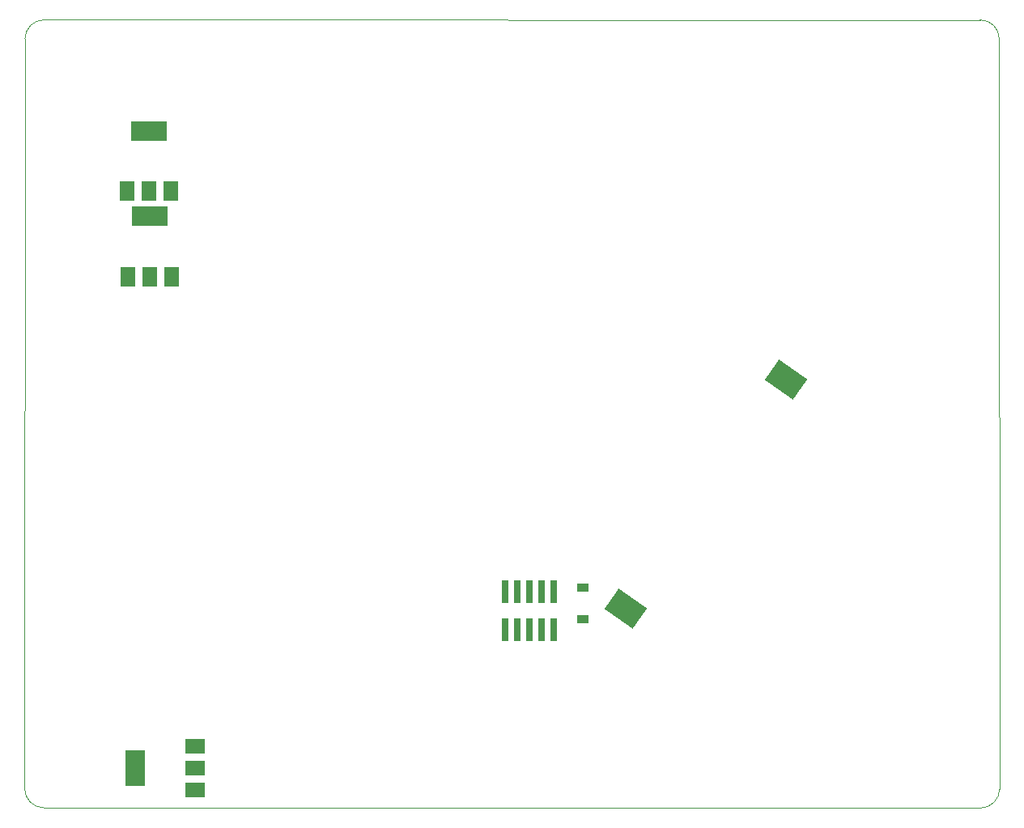
<source format=gbr>
G04 #@! TF.GenerationSoftware,KiCad,Pcbnew,(6.0.1)*
G04 #@! TF.CreationDate,2022-08-30T16:06:41+01:00*
G04 #@! TF.ProjectId,polygonus-Shortage-Version,706f6c79-676f-46e7-9573-2d53686f7274,rev?*
G04 #@! TF.SameCoordinates,Original*
G04 #@! TF.FileFunction,Paste,Bot*
G04 #@! TF.FilePolarity,Positive*
%FSLAX46Y46*%
G04 Gerber Fmt 4.6, Leading zero omitted, Abs format (unit mm)*
G04 Created by KiCad (PCBNEW (6.0.1)) date 2022-08-30 16:06:41*
%MOMM*%
%LPD*%
G01*
G04 APERTURE LIST*
G04 Aperture macros list*
%AMRotRect*
0 Rectangle, with rotation*
0 The origin of the aperture is its center*
0 $1 length*
0 $2 width*
0 $3 Rotation angle, in degrees counterclockwise*
0 Add horizontal line*
21,1,$1,$2,0,0,$3*%
G04 Aperture macros list end*
G04 #@! TA.AperFunction,Profile*
%ADD10C,0.050000*%
G04 #@! TD*
%ADD11R,0.740000X2.400000*%
%ADD12RotRect,2.600000X3.600000X235.000000*%
%ADD13R,1.500000X2.000000*%
%ADD14R,3.800000X2.000000*%
%ADD15R,2.000000X1.500000*%
%ADD16R,2.000000X3.800000*%
%ADD17R,1.200000X0.900000*%
G04 APERTURE END LIST*
D10*
X27598758Y70480030D02*
X27566743Y-7944264D01*
X29598758Y72480030D02*
G75*
G03*
X27598758Y70480030I-1J-1999999D01*
G01*
X127511245Y72474911D02*
X29598758Y72480030D01*
X29566743Y-9944264D02*
X127539293Y-9975264D01*
X127539293Y-9975264D02*
G75*
G03*
X129539293Y-7975264I1J1999999D01*
G01*
X129539293Y-7975264D02*
X129511245Y70474911D01*
X27566743Y-7944264D02*
G75*
G03*
X29566743Y-9944264I1999999J-1D01*
G01*
X129511245Y70474911D02*
G75*
G03*
X127511245Y72474911I-1999999J1D01*
G01*
D11*
G04 #@! TO.C,J1502*
X77851000Y12618000D03*
X77851000Y8718000D03*
X79121000Y12618000D03*
X79121000Y8718000D03*
X80391000Y12618000D03*
X80391000Y8718000D03*
X81661000Y12618000D03*
X81661000Y8718000D03*
X82931000Y12618000D03*
X82931000Y8718000D03*
G04 #@! TD*
D12*
G04 #@! TO.C,BT1*
X90403105Y10859423D03*
X107208895Y34860577D03*
G04 #@! TD*
D13*
G04 #@! TO.C,U17*
X42977410Y45616805D03*
X40677410Y45616805D03*
X38377410Y45616805D03*
D14*
X40677410Y51916805D03*
G04 #@! TD*
D13*
G04 #@! TO.C,U16*
X42870201Y54528659D03*
X40570201Y54528659D03*
X38270201Y54528659D03*
D14*
X40570201Y60828659D03*
G04 #@! TD*
D15*
G04 #@! TO.C,U23*
X45408978Y-3481730D03*
X45408978Y-5781730D03*
X45408978Y-8081730D03*
D16*
X39108978Y-5781730D03*
G04 #@! TD*
D17*
G04 #@! TO.C,D7*
X85908431Y13041269D03*
X85908431Y9741269D03*
G04 #@! TD*
M02*

</source>
